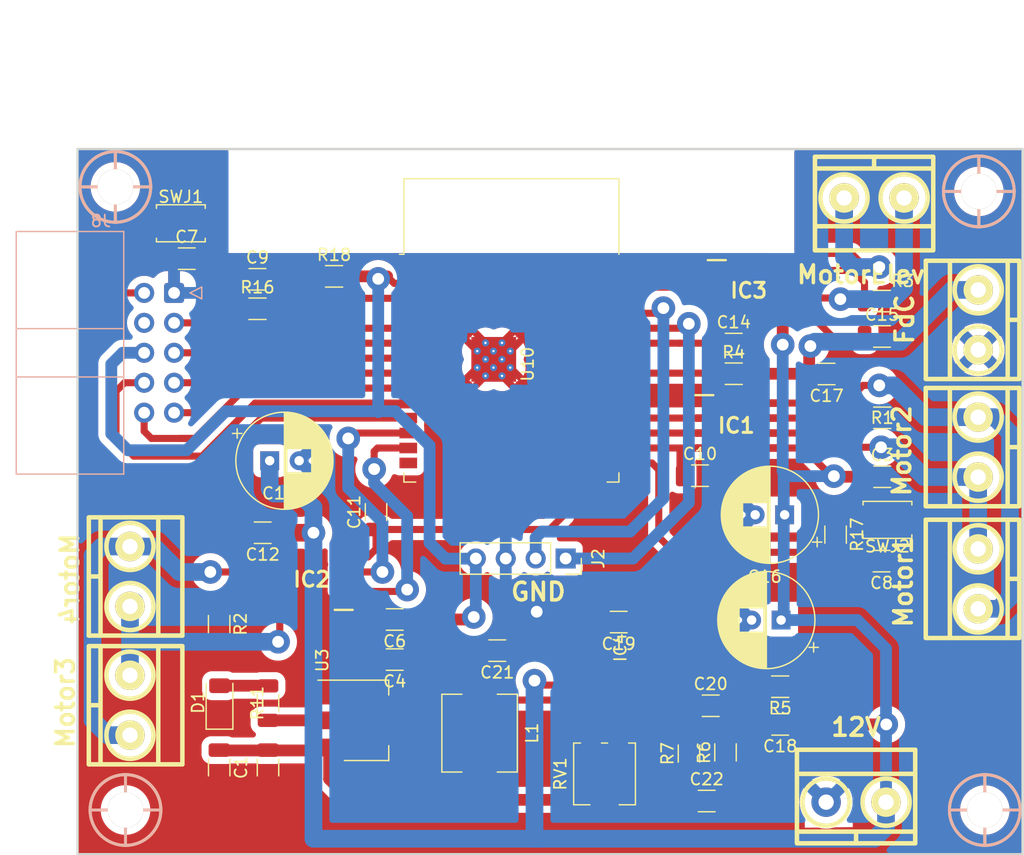
<source format=kicad_pcb>
(kicad_pcb (version 20221018) (generator pcbnew)
  (layers (0 "F.Cu" signal) (31 "B.Cu" signal) (34 "B.Paste" user) (35 "F.Paste" user) (36 "B.SilkS" user "B.Silkscreen") (37 "F.SilkS" user "F.Silkscreen") (38 "B.Mask" user) (39 "F.Mask" user) (44 "Edge.Cuts" user))
  (net 0 "")
  (net 1 "GND")
  (net 2 "/Vin")
  (net 3 "/3V3")
  (net 4 "Net-(SWJ1-B)")
  (net 5 "Net-(SWJ2-B)")
  (net 6 "/EN")
  (net 7 "Net-(J11-Pin_1)")
  (net 8 "Net-(D1-A)")
  (net 9 "/EnA")
  (net 10 "/EnB")
  (net 11 "/EN Elev")
  (net 12 "Net-(IC1-OUT2)")
  (net 13 "Net-(IC1-OUT1)")
  (net 14 "Net-(IC1-RS)")
  (net 15 "/IN3")
  (net 16 "/IN4")
  (net 17 "Net-(IC2-OUT1)")
  (net 18 "Net-(IC2-RS)")
  (net 19 "Net-(IC2-OUT2)")
  (net 20 "/IN5")
  (net 21 "/IN6")
  (net 22 "Net-(IC3-OUT1)")
  (net 23 "Net-(IC3-RS)")
  (net 24 "Net-(IC3-OUT2)")
  (net 25 "/RXD0")
  (net 26 "/TXD0")
  (net 27 "/Sen1")
  (net 28 "/Sen2")
  (net 29 "/Sen3")
  (net 30 "/Sen4")
  (net 31 "/Sen5")
  (net 32 "/Sen6")
  (net 33 "/Sen7")
  (net 34 "/FC")
  (net 35 "/BOOT")
  (net 36 "/IN2")
  (net 37 "/IN1")
  (net 49 "/5V")
  (net 50 "Net-(IC4-SS)")
  (net 51 "Net-(IC4-COMP)")
  (net 52 "Net-(C20-Pad2)")
  (net 53 "Net-(IC4-BS)")
  (net 54 "Net-(IC4-SW)")
  (net 55 "Net-(IC4-EN)")
  (net 56 "Net-(IC4-FB)")
  (net 58 "unconnected-(U10-SENSOR_VP-Pad4)")
  (footprint "Capacitor_SMD:C_1206_3216Metric" (layer "F.Cu") (at 69.516 49.17)
    (fp_text reference "C9")
    (fp_text value "0.1u")
  )
  (footprint "EESTN5:hole_3mm" (layer "F.Cu") (at 58.3205 94.1916)
    (fp_text reference "hole_3mm" hide)
    (fp_text value "VAL**" hide)
  )
  (footprint "Resistor_SMD:R_1206_3216Metric" (layer "F.Cu") (at 122.516 60.92)
    (fp_text reference "R1")
    (fp_text value "0.22")
  )
  (footprint "Resistor_SMD:R_1206_3216Metric" (layer "F.Cu") (at 122.476 51.02)
    (fp_text reference "R3")
    (fp_text value "0.22")
  )
  (footprint "Resistor_SMD:R_1206_3216Metric" (layer "F.Cu") (at 118.5595 70.8296 -90)
    (fp_text reference "R17")
    (fp_text value "100k")
  )
  (footprint "Capacitor_SMD:C_1206_3216Metric" (layer "F.Cu") (at 70.4109 90.5848 -90)
    (fp_text reference "C2" hide)
    (fp_text value "0.1u")
  )
  (footprint "Capacitor_SMD:C_1206_3216Metric" (layer "F.Cu") (at 107.9642 85.3472)
    (fp_text reference "C20")
    (fp_text value "4.8n")
  )
  (footprint "EESTN5:BORNERA2_AZUL" (layer "F.Cu") (at 58.7015 74.3796 -90)
    (fp_text reference "J6" hide)
    (fp_text value "Motor4")
  )
  (footprint "EESTN5:BORNERA2_AZUL" (layer "F.Cu") (at 130.65335 74.5828 90)
    (fp_text reference "J4" hide)
    (fp_text value "Motor1")
  )
  (footprint "LibraryPERSONALES:SOIC127P600X170-9N" (layer "F.Cu") (at 74.1193 74.6336 180)
    (fp_text reference "IC2")
    (fp_text value "TB67H450AFNG,EL" hide)
  )
  (footprint "Capacitor_SMD:C_1206_3216Metric" (layer "F.Cu") (at 122.496 54.02)
    (fp_text reference "C15")
    (fp_text value "0.1u")
  )
  (footprint "EESTN5:BORNERA2_AZUL" (layer "F.Cu") (at 121.826 42.27 180)
    (fp_text reference "J7" hide)
    (fp_text value "MotorElev")
  )
  (footprint "EESTN5:hole_3mm" (layer "F.Cu") (at 131.2185 94.1916)
    (fp_text reference "hole_3mm" hide)
    (fp_text value "VAL**" hide)
  )
  (footprint "Capacitor_SMD:C_1206_3216Metric" (layer "F.Cu") (at 100.1595 78.2472 180)
    (fp_text reference "C19")
    (fp_text value "0.1u")
  )
  (footprint "Resistor_SMD:R_1206_3216Metric" (layer "F.Cu") (at 66.266 78.42 -90)
    (fp_text reference "R2")
    (fp_text value "0.22")
  )
  (footprint "Button_Switch_SMD:SW_Push_SPST_NO_Alps_SKRK" (layer "F.Cu") (at 63.016 44.42)
    (fp_text reference "SWJ1")
    (fp_text value "SW_MEC_5G")
  )
  (footprint "LibraryPERSONALES:SO8-TH" (layer "F.Cu") (at 99.0333 84.2296 -90)
    (fp_text reference "IC4")
    (fp_text value "MP2307")
  )
  (footprint "Resistor_SMD:R_1206_3216Metric" (layer "F.Cu") (at 109.92 57.18)
    (fp_text reference "R4")
    (fp_text value "100k")
  )
  (footprint "Capacitor_SMD:C_1206_3216Metric" (layer "F.Cu") (at 107.0595 65.8296)
    (fp_text reference "C10")
    (fp_text value "0.1u")
  )
  (footprint "Capacitor_SMD:C_1206_3216Metric" (layer "F.Cu") (at 66.2707 90.5848 -90)
    (fp_text reference "C1")
    (fp_text value "10u")
  )
  (footprint "LibraryPERSONALES:SOIC127P600X170-9N" (layer "F.Cu") (at 110.1365 61.578)
    (fp_text reference "IC1")
    (fp_text value "TB67H450AFNG,EL" hide)
  )
  (footprint "EESTN5:BORNERA2_AZUL" (layer "F.Cu") (at 130.65335 63.4068 90)
    (fp_text reference "J3" hide)
    (fp_text value "Motor2")
  )
  (footprint "Capacitor_SMD:C_1206_3216Metric" (layer "F.Cu") (at 107.624 93.4296)
    (fp_text reference "C22")
    (fp_text value "12u")
  )
  (footprint "Capacitor_SMD:C_1206_3216Metric" (layer "F.Cu") (at 63.516 47.42)
    (fp_text reference "C7")
    (fp_text value "0.1u")
  )
  (footprint "Capacitor_SMD:C_1206_3216Metric" (layer "F.Cu") (at 69.9595 70.67 180)
    (fp_text reference "C12")
    (fp_text value "0.1u")
  )
  (footprint "EESTN5:BORNERA2_AZUL" (layer "F.Cu") (at 130.6597 52.6118 90)
    (fp_text reference "J11" hide)
    (fp_text value "FdC")
  )
  (footprint "Resistor_SMD:R_1206_3216Metric" (layer "F.Cu") (at 109.2216 89.3041 90)
    (fp_text reference "R6")
    (fp_text value "8.2k")
  )
  (footprint "Inductor_SMD:L_6.3x6.3_H3" (layer "F.Cu") (at 88.3595 87.67 -90)
    (fp_text reference "L1")
    (fp_text value "2u")
  )
  (footprint "Capacitor_SMD:C_1206_3216Metric" (layer "F.Cu") (at 109.92 54.664)
    (fp_text reference "C14")
    (fp_text value "0.1u" hide)
  )
  (footprint "Capacitor_SMD:C_1206_3216Metric" (layer "F.Cu") (at 81.1595 81.4296 180)
    (fp_text reference "C4")
    (fp_text value "0.1u")
  )
  (footprint "RF_Module:ESP32-WROOM-32D" (layer "F.Cu") (at 91.0595 56.4916)
    (fp_text reference "U10")
    (fp_text value "ESP32-WROOM-32")
  )
  (footprint "Resistor_SMD:R_1206_3216Metric" (layer "F.Cu") (at 69.516 51.67)
    (fp_text reference "R16")
    (fp_text value "100k")
  )
  (footprint "Capacitor_THT:CP_Radial_D8.0mm_P2.50mm" (layer "F.Cu") (at 114.236951 69.1472 180)
    (fp_text reference "C16")
    (fp_text value "100u")
  )
  (footprint "Capacitor_SMD:C_1206_3216Metric" (layer "F.Cu") (at 79.5745 68.9186 90)
    (fp_text reference "C11")
    (fp_text value "0.1u")
  )
  (footprint "Capacitor_SMD:C_1206_3216Metric" (layer "F.Cu") (at 122.4595 73.0796 180)
    (fp_text reference "C8")
    (fp_text value "0.1u")
  )
  (footprint "EESTN5:hole_3mm" (layer "F.Cu") (at 57.4595 41.3296)
    (fp_text reference "hole_3mm" hide)
    (fp_text value "VAL**" hide)
  )
  (footprint "Package_TO_SOT_SMD:SOT-223-3_TabPin2" (layer "F.Cu") (at 78.7425 86.5856)
    (fp_text reference "U3")
    (fp_text value "AMS1117-3.3")
  )
  (footprint "Resistor_SMD:R_1206_3216Metric" (layer "F.Cu") (at 70.4109 85.1238 90)
    (fp_text reference "R11")
    (fp_text value "5.1k")
  )
  (footprint "Resistor_SMD:R_1206_3216Metric" (layer "F.Cu") (at 106.1216 89.4041 90)
    (fp_text reference "R7")
    (fp_text value "8.2k")
  )
  (footprint "EESTN5:hole_3mm" (layer "F.Cu") (at 130.7105 41.7152)
    (fp_text reference "hole_3mm" hide)
    (fp_text value "VAL**" hide)
  )
  (footprint "Capacitor_THT:CP_Radial_D8.0mm_P2.50mm" (layer "F.Cu") (at 113.937351 78.079 180)
    (fp_text reference "C5" hide)
    (fp_text value "100u" hide)
  )
  (footprint "LED_SMD:LED_1206_3216Metric" (layer "F.Cu") (at 66.2961 85.0476 90)
    (fp_text reference "D1")
    (fp_text value "LED")
  )
  (footprint "Capacitor_THT:CP_Radial_D8.0mm_P2.50mm" (layer "F.Cu") (at 70.5525 64.56051)
    (fp_text reference "C13")
    (fp_text value "100u")
  )
  (footprint "Capacitor_SMD:C_1206_3216Metric" (layer "F.Cu") (at 81.1595 78.0296 180)
    (fp_text reference "C6")
    (fp_text value "10u")
  )
  (footprint "EESTN5:BORNERA2_AZUL" (layer "F.Cu") (at 120.2965 93.52485)
    (fp_text reference "12V")
    (fp_text value "Alimentacion 12V" hide)
  )
  (footprint "Potentiometer_SMD:Potentiometer_Vishay_TS53YJ_Vertical" (layer "F.Cu") (at 98.9595 91.1296 90)
    (fp_text reference "RV1")
    (fp_text value "220k")
  )
  (footprint "Button_Switch_SMD:SW_Push_SPST_NO_Alps_SKRK" (layer "F.Cu") (at 122.9595 69.579 180)
    (fp_text reference "SWJ2")
    (fp_text value "SW_MEC_5G")
  )
  (footprint "Capacitor_SMD:C_1206_3216Metric" (layer "F.Cu") (at 122.516 65.92)
    (fp_text reference "C3")
    (fp_text value "0.1u")
  )
  (footprint "Resistor_SMD:R_1206_3216Metric" (layer "F.Cu") (at 76.016 48.92)
    (fp_text reference "R18")
    (fp_text value "10k")
  )
  (footprint "LibraryPERSONALES:SOIC127P600X170-9N" (layer "F.Cu") (at 111.19 50.1226)
    (fp_text reference "IC3")
    (fp_text value "TB67H450AFNG,EL" hide)
  )
  (footprint "Resistor_SMD:R_1206_3216Metric" (layer "F.Cu") (at 113.8595 83.7296 180)
    (fp_text reference "R5")
    (fp_text value "100k")
  )
  (footprint "Capacitor_SMD:C_1206_3216Metric" (layer "F.Cu") (at 89.8595 80.67 180)
    (fp_text reference "C21")
    (fp_text value "10n")
  )
  (footprint "EESTN5:BORNERA2_AZUL" (layer "F.Cu") (at 58.7015 85.3016 -90)
    (fp_text reference "J5" hide)
    (fp_text value "Motor3")
  )
  (footprint "Capacitor_SMD:C_1206_3216Metric" (layer "F.Cu") (at 117.794 57.204 180)
    (fp_text reference "C17")
    (fp_text value "0.1u")
  )
  (footprint "Capacitor_SMD:C_1206_3216Metric" (layer "F.Cu") (at 113.8595 86.9296 180)
    (fp_text reference "C18")
    (fp_text value "12u")
  )
  (footprint "Connector_PinSocket_2.54mm:PinSocket_1x04_P2.54mm_Vertical" (layer "F.Cu") (at 95.6585 72.8556 -90)
    (fp_text reference "J2")
    (fp_text value "UART")
  )
  (footprint "Connector_IDC:IDC-Header_2x05_P2.54mm_Horizontal" (layer "B.Cu") (at 62.4432 50.3258 180)
    (fp_text reference "J8")
    (fp_text value "Screw_Terminal_01x10")
  )
  (gr_rect (start 54.2565 38.1211) (end 134.4189 97.9381) (stroke (width 0.2)) (fill none) (layer "Edge.Cuts"))
  (gr_text "GND" (at 90.8579 76.564) (layer "F.SilkS") (effects (font (size 1.5 1.5) (thickness 0.3) bold) (justify left bottom)))
  (via (at 93.2068 77.3716) (size 2) (drill 1) (layers "F.Cu" "B.Cu") (net 1))
  (segment (start 118.266 54.02) (end 121.021 54.02) (width 0.6) (layer "F.Cu") (net 2))
  (segment (start 114.238 52.0276) (end 114.0742 52.1914) (width 0.6) (layer "F.Cu") (net 2))
  (segment (start 115.829 63.483) (end 118.266 65.92) (width 0.6) (layer "F.Cu") (net 2))
  (segment (start 113.902 52.0276) (end 116.2736 52.0276) (width 0.6) (layer "F.Cu") (net 2))
  (segment (start 115.3345 86.9296) (end 115.3345 83.8421) (width 1) (layer "F.Cu") (net 2))
  (segment (start 122.7595 86.9296) (end 115.3345 86.9296) (width 1) (layer "F.Cu") (net 2))
  (segment (start 72.016 70.67) (end 74.266 70.67) (width 1.5) (layer "F.Cu") (net 2))
  (segment (start 118.266 65.92) (end 121.041 65.92) (width 1) (layer "F.Cu") (net 2))
  (segment (start 71.4073 72.42) (end 71.4073 70.6972) (width 1) (layer "F.Cu") (net 2))
  (segment (start 71.4073 70.6972) (end 71.4345 70.67) (width 1) (layer "F.Cu") (net 2))
  (segment (start 114.0742 52.1914) (end 114.0742 54.714396) (width 1) (layer "F.Cu") (net 2))
  (segment (start 116.2736 52.0276) (end 118.266 54.02) (width 0.6) (layer "F.Cu") (net 2))
  (segment (start 93.3955 83.5946) (end 96.4333 83.5946) (width 0.6) (layer "F.Cu") (net 2))
  (segment (start 112.8485 63.483) (end 115.829 63.483) (width 0.6) (layer "F.Cu") (net 2))
  (segment (start 93.016 83.2151) (end 93.3955 83.5946) (width 0.6) (layer "F.Cu") (net 2))
  (via (at 114.0742 54.714396) (size 2) (drill 1) (layers "F.Cu" "B.Cu") (net 2))
  (via (at 93.016 83.2151) (size 2) (drill 1) (layers "F.Cu" "B.Cu") (net 2))
  (via (at 118.416 65.87) (size 2) (drill 1) (layers "F.Cu" "B.Cu") (net 2))
  (via (at 74.266 70.67) (size 2) (drill 1) (layers "F.Cu" "B.Cu") (net 2))
  (via (at 122.8595 86.9296) (size 2) (drill 1) (layers "F.Cu" "B.Cu") (net 2))
  (segment (start 121.8595 96.6296) (end 122.8365 95.6526) (width 1.5) (layer "B.Cu") (net 2))
  (segment (start 70.9461 67.3501) (end 70.5525 66.9565) (width 1.5) (layer "B.Cu") (net 2))
  (segment (start 114.6595 65.87) (end 118.416 65.87) (width 1) (layer "B.Cu") (net 2))
  (segment (start 93.016 83.2151) (end 93.016 96.6296) (width 1.5) (layer "B.Cu") (net 2))
  (segment (start 74.266 68.528652) (end 73.087448 67.3501) (width 1.5) (layer "B.Cu") (net 2))
  (segment (start 114.1595 77.856851) (end 114.1595 65.5296) (width 1) (layer "B.Cu") (net 2))
  (segment (start 74.266 70.67) (end 74.266 96.6296) (width 1.5) (layer "B.Cu") (net 2))
  (segment (start 120.4089 78.079) (end 122.8365 80.5066) (width 1) (layer "B.Cu") (net 2))
  (segment (start 122.8365 80.5066) (end 122.8365 93.52485) (width 1) (layer "B.Cu") (net 2))
  (segment (start 70.5525 66.9565) (end 70.5525 64.56051) (width 1.5) (layer "B.Cu") (net 2))
  (segment (start 113.937351 78.079) (end 114.1595 77.856851) (width 1) (layer "B.Cu") (net 2))
  (segment (start 93.016 96.6296) (end 93.3595 96.6296) (width 1.5) (layer "B.Cu") (net 2))
  (segment (start 122.8365 95.6526) (end 122.8365 93.52485) (width 1.5) (layer "B.Cu") (net 2))
  (segment (start 74.266 96.6296) (end 93.3595 96.6296) (width 1.5) (layer "B.Cu") (net 2))
  (segment (start 74.266 70.67) (end 74.266 68.528652) (width 1.5) (layer "B.Cu") (net 2))
  (segment (start 93.3595 96.6296) (end 121.8595 96.6296) (width 1.5) (layer "B.Cu") (net 2))
  (segment (start 114.1595 65.5296) (end 114.1595 66.37) (width 1) (layer "B.Cu") (net 2))
  (segment (start 114.0742 54.714396) (end 114.0742 65.4443) (width 1) (layer "B.Cu") (net 2))
  (segment (start 113.937351 78.079) (end 120.4089 78.079) (width 1) (layer "B.Cu") (net 2))
  (segment (start 73.087448 67.3501) (end 70.9461 67.3501) (width 1.5) (layer "B.Cu") (net 2))
  (segment (start 114.0742 65.4443) (end 114.1595 65.5296) (width 1) (layer "B.Cu") (net 2))
  (segment (start 80.516 48.92) (end 77.4785 48.92) (width 1) (layer "F.Cu") (net 3))
  (segment (start 70.4109 86.5863) (end 75.5918 86.5863) (width 1) (layer "F.Cu") (net 3))
  (segment (start 82.6595 85.8186) (end 82.6595 81.4546) (width 1) (layer "F.Cu") (net 3))
  (segment (start 75.5925 86.5856) (end 81.8925 86.5856) (width 1) (layer "F.Cu") (net 3))
  (segment (start 82.6345 78.0296) (end 82.6345 81.4296) (width 1) (layer "F.Cu") (net 3))
  (segment (start 82.3095 49.5116) (end 81.1076 49.5116) (width 0.6) (layer "F.Cu") (net 3))
  (segment (start 75.5918 86.5863) (end 75.5925 86.5856) (width 1) (layer "F.Cu") (net 3))
  (segment (start 59.9032 55.4058) (end 59.889 55.42) (width 1) (layer "F.Cu") (net 3))
  (segment (start 82.6595 81.4546) (end 82.6345 81.4296) (width 1) (layer "F.Cu") (net 3))
  (segment (start 87.866 77.82) (end 87.6564 78.0296) (width 1) (layer "F.Cu") (net 3))
  (segment (start 87.6564 78.0296) (end 82.6345 78.0296) (width 1) (layer "F.Cu") (net 3))
  (segment (start 81.8925 86.5856) (end 82.6595 85.8186) (width 1) (layer "F.Cu") (net 3))
  (segment (start 81.1076 49.5116) (end 80.516 48.92) (width 0.6) (layer "F.Cu") (net 3))
  (via (at 79.7595 49.1321) (size 2) (drill 1) (layers "F.Cu" "B.Cu") (net 3))
  (via (at 87.866 77.82) (size 2) (drill 1) (layers "F.Cu" "B.Cu") (net 3))
  (segment (start 85.465348 72.87) (end 84.116 71.520652) (width 1) (layer "B.Cu") (net 3))
  (segment (start 84.116 71.520652) (end 84.116 63.27) (width 1) (layer "B.Cu") (net 3))
  (segment (start 81.2076 60.3616) (end 66.8244 60.3616) (width 1) (layer "B.Cu") (net 3))
  (segment (start 88.0385 77.6475) (end 88.0385 72.8556) (width 1) (layer "B.Cu") (net 3))
  (segment (start 84.116 63.27) (end 81.2076 60.3616) (width 1) (layer "B.Cu") (net 3))
  (segment (start 87.866 77.82) (end 88.0385 77.6475) (width 1) (layer "B.Cu") (net 3))
  (segment (start 79.7595 49.1321) (end 79.7595 60.4231) (width 1) (layer "B.Cu") (net 3))
  (segment (start 88.0241 72.87) (end 85.465348 72.87) (width 1) (layer "B.Cu") (net 3))
  (segment (start 66.8244 60.3616) (end 63.516 63.67) (width 1) (layer "B.Cu") (net 3))
  (segment (start 79.7595 60.4231) (end 79.766 60.4296) (width 1) (layer "B.Cu") (net 3))
  (segment (start 88.0385 72.8556) (end 88.0241 72.87) (width 1) (layer "B.Cu") (net 3))
  (segment (start 58.516 63.67) (end 57.116 62.27) (width 1) (layer "B.Cu") (net 3))
  (segment (start 58.0802 55.4058) (end 59.9032 55.4058) (width 1) (layer "B.Cu") (net 3))
  (segment (start 57.116 62.27) (end 57.116 56.37) (width 1) (layer "B.Cu") (net 3))
  (segment (start 57.116 56.37) (end 58.0802 55.4058) (width 1) (layer "B.Cu") (net 3))
  (segment (start 63.516 63.67) (end 58.516 63.67) (width 1) (layer "B.Cu") (net 3))
  (segment (start 65.766 51.67) (end 68.0535 51.67) (width 0.75) (layer "F.Cu") (net 4))
  (segment (start 65.116 44.42) (end 65.116 51.02) (width 0.75) (layer "F.Cu") (net 4))
  (segment (start 65.116 51.02) (end 65.766 51.67) (width 0.75) (layer "F.Cu") (net 4))
  (segment (start 120.7025 69.422) (end 120.9595 69.679) (width 1) (layer "F.Cu") (net 5))
  (segment (start 120.9595 73.0546) (end 120.9845 73.0796) (width 1) (layer "F.Cu") (net 5))
  (segment (start 120.9595 69.679) (end 120.9595 73.0546) (width 1) (layer "F.Cu") (net 5))
  (segment (start 118.9826 69.422) (end 120.7025 69.422) (width 1) (layer "F.Cu") (net 5))
  (segment (start 74.5535 50.2075) (end 74.5535 48.92) (width 0.6) (layer "F.Cu") (net 6))
  (segment (start 82.3095 50.7816) (end 82.2615 50.8296) (width 0.6) (layer "F.Cu") (net 6))
  (segment (start 75.1276 50.7816) (end 74.5535 50.2075) (width 0.6) (layer "F.Cu") (net 6))
  (segment (start 70.991 49.17) (end 70.991 51.1575) (width 1) (layer "F.Cu") (net 6))
  (segment (start 74.5535 48.92) (end 71.241 48.92) (width 1) (layer "F.Cu") (net 6))
  (segment (start 82.3095 50.7816) (end 75.1276 50.7816) (width 0.6) (layer "F.Cu") (net 6))
  (segment (start 71.241 48.92) (end 70.991 49.17) (width 1) (layer "F.Cu") (net 6))
  (segment (start 116.2988 57.1838) (end 116.319 57.204) (width 1) (layer "F.Cu") (net 7))
  (segment (start 116.420678 54.83358) (end 116.319 54.935258) (width 0.6) (layer "F.Cu") (net 7))
  (segment (start 111.3863 57.1838) (end 116.2988 57.1838) (width 1) (layer "F.Cu") (net 7))
  (segment (start 116.319 54.935258) (end 116.319 57.204) (width 1) (layer "F.Cu") (net 7))
  (segment (start 111.3825 57.18) (end 111.3863 57.1838) (width 1) (layer "F.Cu") (net 7))
  (via (at 116.420678 54.83358) (size 2) (drill 1) (layers "F.Cu" "B.Cu") (net 7))
  (segment (start 128.4342 50.0718) (end 130.6597 50.0718) (width 1.5) (layer "B.Cu") (net 7))
  (segment (start 116.420678 54.83358) (end 116.784258 54.47) (width 1.5) (layer "B.Cu") (net 7))
  (segment (start 124.036 54.47) (end 128.4342 50.0718) (width 1.5) (layer "B.Cu") (net 7))
  (segment (start 116.784258 54.47) (end 124.036 54.47) (width 1.5) (layer "B.Cu") (net 7))
  (segment (start 70.3972 83.6476) (end 70.4109 83.6613) (width 1) (layer "F.Cu") (net 8))
  (segment (start 66.2961 83.6476) (end 70.3972 83.6476) (width 1) (layer "F.Cu") (net 8))
  (segment (start 99.8095 63.4816) (end 105.0311 63.4816) (width 0.6) (layer "F.Cu") (net 9))
  (segment (start 105.0311 63.4816) (end 107.4231 63.4816) (width 0.6) (layer "F.Cu") (net 9))
  (segment (start 105.5845 65.8296) (end 105.5595 65.8046) (width 0.6) (layer "F.Cu") (net 9))
  (segment (start 105.5595 65.8046) (end 105.5595 63.808) (width 1) (layer "F.Cu") (net 9))
  (segment (start 107.4231 63.4816) (end 107.4245 63.483) (width 0.6) (layer "F.Cu") (net 9))
  (segment (start 78.8945 72.7286) (end 79.5745 72.0486) (width 0.6) (layer "F.Cu") (net 10))
  (segment (start 79.5745 72.0486) (end 79.5745 70.3936) (width 0.6) (layer "F.Cu") (net 10))
  (segment (start 76.8313 72.7286) (end 78.8945 72.7286) (width 0.6) (layer "F.Cu") (net 10))
  (segment (start 79.5745 70.3936) (end 94.2955 70.3936) (width 0.6) (layer "F.Cu") (net 10))
  (segment (start 94.2955 70.3936) (end 95.5095 69.1796) (width 0.6) (layer "F.Cu") (net 10))
  (segment (start 95.5095 69.1796) (end 95.5095 66.0016) (width 0.6) (layer "F.Cu") (net 10))
  (segment (start 99.8095 54.5916) (end 105.3105 54.5916) (width 0.6) (layer "F.Cu") (net 11))
  (segment (start 107.38 54.5916) (end 108.3726 54.5916) (width 0.6) (layer "F.Cu") (net 11))
  (segment (start 108.478 54.5586) (end 108.445 54.5916) (width 0.6) (layer "F.Cu") (net 11))
  (segment (start 105.3105 54.5916) (end 107.38 54.5916) (width 0.6) (layer "F.Cu") (net 11))
  (segment (start 108.445 54.5916) (end 107.38 54.5916) (width 0.6) (layer "F.Cu") (net 11))
  (segment (start 108.3726 54.5916) (end 108.445 54.664) (width 0.6) (layer "F.Cu") (net 11))
  (segment (start 108.478 52.378) (end 108.478 54.5586) (width 1) (layer "F.Cu") (net 11))
  (segment (start 120.892 58.17) (end 122.266 58.17) (width 0.6) (layer "F.Cu") (net 12))
  (segment (start 115.2437 59.673) (end 119.389 59.673) (width 0.6) (layer "F.Cu") (net 12))
  (segment (start 115.2691 59.6476) (end 115.2437 59.673) (width 0.6) (layer "F.Cu") (net 12))
  (segment (start 115.2437 59.673) (end 112.7545 59.673) (width 0.6) (layer "F.Cu") (net 12))
  (segment (start 119.389 59.673) (end 120.892 58.17) (width 0.6) (layer "F.Cu") (net 12))
  (via (at 122.266 58.17) (size 2) (drill 1) (layers "F.Cu" "B.Cu") (net 12))
  (segment (start 130.65335 77.1228) (end 132.3869 77.1228) (width 1.5) (layer "B.Cu") (net 12))
  (segment (start 123.4925 58.17) (end 122.266 58.17) (width 1.5) (layer "B.Cu") (net 12))
  (segment (start 132.0313 60.8668) (end 130.65335 60.8668) (width 1.5) (layer "B.Cu") (net 12))
  (segment (start 130.65335 60.8668) (end 126.1893 60.8668) (width 1.5) (layer "B.Cu") (net 12))
  (segment (start 126.1893 60.8668) (end 123.4925 58.17) (width 1.5) (layer "B.Cu") (net 12))
  (segment (start 133.3521 62.1876) (end 132.0313 60.8668) (width 1.5) (layer "B.Cu") (net 12))
  (segment (start 133.3521 76.1576) (end 133.3521 62.1876) (width 1.5) (layer "B.Cu") (net 12))
  (segment (start 132.3869 77.1228) (end 133.3521 76.1576) (width 1.5) (layer "B.Cu") (net 12))
  (segment (start 122.416 63.42) (end 117.466 63.42) (width 0.6) (layer "F.Cu") (net 13))
  (segment (start 117.466 63.42) (end 116.259 62.213) (width 0.6) (layer "F.Cu") (net 13))
  (segment (start 116.259 62.213) (end 112.7545 62.213) (width 0.6) (layer "F.Cu") (net 13))
  (via (at 122.416 63.42) (size 2) (drill 1) (layers "F.Cu" "B.Cu") (net 13))
  (segment (start 126.0623 65.9468) (end 130.65335 65.9468) (width 1.5) (layer "B.Cu") (net 13))
  (segment (start 122.416 63.42) (end 123.5355 63.42) (width 1.5) (layer "B.Cu") (net 13))
  (segment (start 130.65335 65.9468) (end 130.65335 72.0428) (width 1.5) (layer "B.Cu") (net 13))
  (segment (start 123.5355 63.42) (end 126.0623 65.9468) (width 1.5) (layer "B.Cu") (net 13))
  (segment (start 121.0305 60.943) (end 121.0535 60.92) (width 0.6) (layer "F.Cu") (net 14))
  (segment (start 112.8485 60.943) (end 121.0305 60.943) (width 0.6) (layer "F.Cu") (net 14))
  (segment (start 78.185647 75.6486) (end 77.805647 75.2686) (width 0.6) (layer "F.Cu") (net 15))
  (segment (start 77.805647 75.2686) (end 76.8313 75.2686) (width 0.6) (layer "F.Cu") (net 15))
  (segment (start 79.7044 63.4816) (end 82.3095 63.4816) (width 0.6) (layer "F.Cu") (net 15))
  (segment (start 82.0594 75.6486) (end 78.185647 75.6486) (width 0.6) (layer "F.Cu") (net 15))
  (segment (start 79.416 63.77) (end 79.7044 63.4816) (width 0.6) (layer "F.Cu") (net 15))
  (segment (start 79.416 65.27) (end 79.416 63.77) (width 0.6) (layer "F.Cu") (net 15))
  (segment (start 82.216 75.492) (end 82.0594 75.6486) (width 0.6) (layer "F.Cu") (net 15))
  (via (at 79.416 65.27) (size 2) (drill 1) (layers "F.Cu" "B.Cu") (net 15))
  (via (at 82.216 75.492) (size 2) (drill 1) (layers "F.Cu" "B.Cu") (net 15))
  (segment (start 82.216 75.492) (end 82.216 73.97) (width 0.6) (layer "B.Cu") (net 15))
  (segment (start 82.216 75.492) (end 82.216 69.27) (width 1) (layer "B.Cu") (net 15))
  (segment (start 79.416 66.47) (end 79.416 65.27) (width 1) (layer "B.Cu") (net 15))
  (segment (start 82.216 69.27) (end 79.416 66.47) (width 1) (layer "B.Cu") (net 15))
  (segment (start 80.116 73.9991) (end 80.1155 73.9986) (width 0.6) (layer "F.Cu") (net 16))
  (segment (start 77.6744 62.2116) (end 82.3095 62.2116) (width 0.6) (layer "F.Cu") (net 16))
  (segment (start 80.1155 73.9986) (end 76.8313 73.9986) (width 0.6) (layer "F.Cu") (net 16))
  (segment (start 77.216 62.67) (end 77.6744 62.2116) (width 0.6) (layer "F.Cu") (net 16))
  (via (at 80.116 73.9991) (size 2) (drill 1) (layers "F.Cu" "B.Cu") (net 16))
  (via (at 77.216 62.67) (size 2) (drill 1) (layers "F.Cu" "B.Cu") (net 16))
  (segment (start 80.116 73.9991) (end 80.116 69.77) (width 1) (layer "B.Cu") (net 16))
  (segment (start 80.116 69.77) (end 77.216 66.87) (width 1) (layer "B.Cu") (net 16))
  (segment (start 77.216 66.87) (end 77.216 62.67) (width 1) (layer "B.Cu") (net 16))
  (segment (start 71.4073 73.9986) (end 65.516 73.9986) (width 0.6) (layer "F.Cu") (net 17))
  (via (at 65.516 73.9986) (size 2) (drill 1) (layers "F.Cu" "B.Cu") (net 17))
  (segment (start 62.8925 73.9986) (end 60.7335 71.8396) (width 1.5) (layer "B.Cu") (net 17))
  (segment (start 65.516 73.9986) (end 62.8925 73.9986) (width 1.5) (layer "B.Cu") (net 17))
  (segment (start 60.7335 71.8396) (end 58.7015 71.8396) (width 1.5) (layer "B.Cu") (net 17))
  (segment (start 55.5265 86.5716) (end 55.5265 72.6016) (width 1.5) (layer "B.Cu") (net 17))
  (segment (start 55.5265 72.6016) (end 56.2885 71.8396) (width 1.5) (layer "B.Cu") (net 17))
  (segment (start 58.7015 87.8416) (end 56.7965 87.8416) (width 1.5) (layer "B.Cu") (net 17))
  (segment (start 56.7965 87.8416) (end 55.5265 86.5716) (width 1.5) (layer "B.Cu") (net 17))
  (segment (start 56.2885 71.8396) (end 58.7015 71.8396) (width 1.5) (layer "B.Cu") (net 17))
  (segment (start 66.9174 75.2686) (end 66.266 75.92) (width 0.6) (layer "F.Cu") (net 18))
  (segment (start 66.266 75.92) (end 66.266 76.9575) (width 0.6) (layer "F.Cu") (net 18))
  (segment (start 71.4073 75.2686) (end 66.9174 75.2686) (width 0.6) (layer "F.Cu") (net 18))
  (segment (start 71.4073 79.7787) (end 71.4073 76.5386) (width 0.6) (layer "F.Cu") (net 19))
  (segment (start 71.266 79.92) (end 71.4073 79.7787) (width 0.6) (layer "F.Cu") (net 19))
  (via (at 71.266 79.92) (size 2) (drill 1) (layers "F.Cu" "B.Cu") (net 19))
  (segment (start 59.2015 79.92) (end 58.7015 79.42) (width 1.5) (layer "B.Cu") (net 19))
  (segment (start 58.7015 76.9196) (end 58.7015 79.42) (width 1.5) (layer "B.Cu") (net 19))
  (segment (start 71.266 79.92) (end 59.2015 79.92) (width 1.5) (layer "B.Cu") (net 19))
  (segment (start 58.7015 79.42) (end 58.7015 82.7616) (width 1.5) (layer "B.Cu") (net 19))
  (segment (start 59.0825 76.5386) (end 58.7015 76.9196) (width 1.5) (layer "B.Cu") (net 19))
  (segment (start 101.919 48.822) (end 105.983 48.822) (width 0.6) (layer "F.Cu") (net 20))
  (segment (start 99.8335 49.4876) (end 99.8095 49.5116) (width 0.6) (layer "F.Cu") (net 20))
  (segment (start 105.983 48.822) (end 106.6486 49.4876) (width 0.6) (layer "F.Cu") (net 20))
  (segment (start 106.6486 49.4876) (end 108.478 49.4876) (width 0.6) (layer "F.Cu") (net 20))
  (segment (start 101.2294 49.5116) (end 101.919 48.822) (width 0.6) (layer "F.Cu") (net 20))
  (segment (start 99.8095 49.5116) (end 101.2294 49.5116) (width 0.6) (layer "F.Cu") (net 20))
  (segment (start 105.094 49.838) (end 106.0136 50.7576) (width 0.6) (layer "F.Cu") (net 21))
  (segment (start 102.808 49.838) (end 105.094 49.838) (width 0.6) (layer "F.Cu") (net 21))
  (segment (start 99.8095 50.7816) (end 101.8644 50.7816) (width 0.6) (layer "F.Cu") (net 21))
  (segment (start 106.0136 50.7576) (end 108.478 50.7576) (width 0.6) (layer "F.Cu") (net 21))
  (segment (start 99.8335 50.7576) (end 99.8095 50.7816) (width 0.6) (layer "F.Cu") (net 21))
  (segment (start 101.8644 50.7816) (end 102.808 49.838) (width 0.6) (layer "F.Cu") (net 21))
  (segment (start 118.4536 50.7576) (end 113.902 50.7576) (width 0.6) (layer "F.Cu") (net 22))
  (segment (start 118.966 51.27) (end 118.4536 50.7576) (width 0.6) (layer "F.Cu") (net 22))
  (via (at 118.966 50.854) (size 2) (drill 1) (layers "F.Cu" "B.Cu") (net 22))
  (segment (start 124.366131 42.270131) (end 124.366 42.27) (width 1.5) (layer "B.Cu") (net 22))
  (segment (start 124.366131 49.909869) (end 124.366131 42.270131) (width 1.5) (layer "B.Cu") (net 22))
  (segment (start 118.966 50.854) (end 123.422 50.854) (width 1.5) (layer "B.Cu") (net 22))
  (segment (start 123.422 50.854) (end 124.366131 49.909869) (width 1.5) (layer "B.Cu") (net 22))
  (segment (start 120.006 48.42) (end 121.0135 49.4275) (width 0.6) (layer "F.Cu") (net 23))
  (segment (start 113.902 49.4876) (end 116.1984 49.4876) (width 0.6) (layer "F.Cu") (net 23))
  (segment (start 121.0135 49.4275) (end 121.0135 51.02) (width 0.6) (layer "F.Cu") (net 23))
  (segment (start 117.266 48.42) (end 120.006 48.42) (width 0.6) (layer "F.Cu") (net 23))
  (segment (start 116.1984 49.4876) (end 117.266 48.42) (width 0.6) (layer "F.Cu") (net 23))
  (segment (start 116.710571 46.975429) (end 115.4684 48.2176) (width 0.6) (layer "F.Cu") (net 24))
  (segment (start 115.4684 48.2176) (end 113.902 48.2176) (width 0.6) (layer "F.Cu") (net 24))
  (segment (start 122.266131 48.130131) (end 121.059633 48.130131) (width 0.6) (layer "F.Cu") (net 24))
  (segment (start 121.059633 48.130131) (end 119.904931 46.975429) (width 0.6) (layer "F.Cu") (net 24))
  (segment (start 119.904931 46.975429) (end 116.710571 46.975429) (width 0.6) (layer "F.Cu") (net 24))
  (via (at 122.266131 48.130131) (size 2) (drill 1) (layers "F.Cu" "B.Cu") (net 24))
  (segment (start 120.066131 48.130131) (end 119.286 47.35) (width 1.5) (layer "B.Cu") (net 24))
  (segment (start 119.286 47.35) (end 119.286 42.27) (width 1.5) (layer "B.Cu") (net 24))
  (segment (start 122.266131 48.130131) (end 120.066131 48.130131) (width 1.5) (layer "B.Cu") (net 24))
  (segment (start 106.11 52.9421) (end 105.7305 53.3216) (width 0.6) (layer "F.Cu") (net 25))
  (segment (start 105.7305 53.3216) (end 99.8095 53.3216) (width 0.6) (layer "F.Cu") (net 25))
  (via (at 106.11 52.9421) (size 2) (drill 1) (layers "F.Cu" "B.Cu") (net 25))
  (segment (start 104.236 69.9931) (end 101.3735 72.8556) (width 1) (layer "B.Cu") (net 25))
  (segment (start 101.3735 72.8556) (end 95.6585 72.8556) (width 1) (layer "B.Cu") (net 25))
  (segment (start 106.11 68.126) (end 104.2429 69.9931) (width 1) (layer "B.Cu") (net 25))
  (segment (start 106.11 52.9421) (end 106.11 68.126) (width 1) (layer "B.Cu") (net 25))
  (segment (start 104.2429 69.9931) (end 104.236 69.9931) (width 1) (layer "B.Cu") (net 25))
  (segment (start 103.57 52.1077) (end 103.57 52.124) (width 0.6) (layer "F.Cu") (net 26))
  (segment (start 99.8335 52.0276) (end 99.8095 52.0516) (width 0.6) (layer "F.Cu") (net 26))
  (segment (start 99.8095 52.0516) (end 103.5139 52.0516) (width 0.6) (layer "F.Cu") (net 26))
  (segment (start 103.5139 52.0516) (end 103.57 52.1077) (width 0.6) (layer "F.Cu") (net 26))
  (via (at 103.951 51.616) (size 2) (drill 1) (layers "F.Cu" "B.Cu") (net 26))
  (segment (start 103.951 67.745) (end 101.1264 70.5696) (width 1) (layer "B.Cu") (net 26))
  (segment (start 103.951 51.6145) (end 103.951 67.745) (width 1) (layer "B.Cu") (net 26))
  (segment (start 101.1264 70.5696) (end 93.6265 70.5696) (width 1) (layer "B.Cu") (net 26))
  (segment (start 93.1185 71.0776) (end 93.1185 72.8556) (width 1) (layer "B.Cu") (net 26))
  (segment (start 93.6265 70.5696) (end 93.1185 71.0776) (width 1) (layer "B.Cu") (net 26))
  (segment (start 58.2402 57.9458) (end 59.9032 57.9458) (width 0.6) (layer "F.Cu") (net 27))
  (segment (start 57.516 62.67) (end 57.516 58.67) (width 0.6) (layer "F.Cu") (net 27))
  (segment (start 57.516 58.67) (end 58.2402 57.9458) (width 0.6) (layer "F.Cu") (net 27))
  (segment (start 82.3095 59.6716) (end 69.3144 59.6716) (width 0.6) (layer "F.Cu") (net 27))
  (segment (start 69.3144 59.6716) (end 64.816 64.17) (width 0.6) (layer "F.Cu") (net 27))
  (segment (start 64.816 64.17) (end 59.016 64.17) (width 0.6) (layer "F.Cu") (net 27))
  (segment (start 59.016 64.17) (end 57.516 62.67) (width 0.6) (layer "F.Cu") (net 27))
  (segment (start 82.3095 58.4016) (end 68.4844 58.4016) (width 0.6) (layer "F.Cu") (net 28))
  (segment (start 63.916 62.67) (end 62.916 62.67) (width 0.6) (layer "F.Cu") (net 28))
  (segment (start 68.4844 58.4016) (end 64.216 62.67) (width 0.6) (layer "F.Cu") (net 28))
  (segment (start 64.216 62.67) (end 63.916 62.67) (width 0.6) (layer "F.Cu") (net 28))
  (segment (start 63.916 62.67) (end 60.516 62.67) (width 0.6) (layer "F.Cu") (net 28))
  (segment (start 59.9032 62.0572) (end 59.9032 60.4858) (width 0.6) (layer "F.Cu") (net 28))
  (segment (start 60.516 62.67) (end 59.9032 62.0572) (width 0.6) (layer "F.Cu") (net 28))
  (segment (start 82.3095 57.1316) (end 67.8044 57.1316) (width 0.6) (layer "F.Cu") (net 29))
  (segment (start 67.8044 57.1316) (end 64.4502 60.4858) (width 0.6) (layer "F.Cu") (net 29))
  (segment (start 64.4502 60.4858) (end 62.4432 60.4858) (width 0.6) (layer "F.Cu") (net 29))
  (segment (start 67.3244 55.8616) (end 82.3095 55.8616) (width 0.6) (layer "F.Cu") (net 30))
  (segment (start 65.2402 57.9458) (end 67.3244 55.8616) (width 0.6) (layer "F.Cu") (net 30))
  (segment (start 62.4432 57.9458) (end 65.2402 57.9458) (width 0.6) (layer "F.Cu") (net 30))
  (segment (start 64.2802 55.4058) (end 62.4432 55.4058) (width 0.6) (layer "F.Cu") (net 31))
  (segment (start 65.0944 54.5916) (end 64.2802 55.4058) (width 0.6) (layer "F.Cu") (net 31))
  (segment (start 82.3095 54.5916) (end 65.0944 54.5916) (width 0.6) (layer "F.Cu") (net 31))
  (segment (start 64.4618 52.8658) (end 62.4432 52.8658) (width 0.6) (layer "F.Cu") (net 32))
  (segment (start 82.3095 53.3216) (end 64.9176 53.3216) (width 0.6) (layer "F.Cu") (net 32))
  (segment (start 64.9176 53.3216) (end 64.4618 52.8658) (width 0.6) (layer "F.Cu") (net 32))
  (segment (start 82.3095 60.9416) (end 69.8444 60.9416) (width 0.6) (layer "F.Cu") (net 33))
  (segment (start 65.116 65.67) (end 57.516 65.67) (width 0.6) (layer "F.Cu") (net 33))
  (segment (start 55.516 52.42) (end 57.6102 50.3258) (width 0.6) (layer "F.Cu") (net 33))
  (segment (start 69.8444 60.9416) (end 65.116 65.67) (width 0.6) (layer "F.Cu") (net 33))
  (segment (start 55.516 63.67) (end 55.516 52.42) (width 0.6) (layer "F.Cu") (net 33))
  (segment (start 57.516 65.67) (end 55.516 63.67) (width 0.6) (layer "F.Cu") (net 33))
  (segment (start 57.6102 50.3258) (end 59.9032 50.3258) (width 0.6) (layer "F.Cu") (net 33))
  (segment (start 82.3095 60.9416) (end 82.2855 60.9176) (width 0.6) (layer "F.Cu") (net 33))
  (segment (start 108.4575 57.18) (end 108.4091 57.1316) (width 0.6) (layer "F.Cu") (net 34))
  (segment (start 108.4091 57.1316) (end 99.8095 57.1316) (width 0.6) (layer "F.Cu") (net 34))
  (segment (start 99.8109 57.133) (end 99.8095 57.1316) (width 0.6) (layer "F.Cu") (net 34))
  (segment (start 118.522 72.3296) (end 104.8595 72.3296) (width 0.6) (layer "F.Cu") (net 35))
  (segment (start 103.5595 65.3296) (end 102.9815 64.7516) (width 0.6) (layer "F.Cu") (net 35))
  (segment (start 102.9815 64.7516) (end 99.8095 64.7516) (width 0.6) (layer "F.Cu") (net 35))
  (segment (start 118.5595 72.2921) (end 118.522 72.3296) (width 0.6) (layer "F.Cu") (net 35))
  (segment (start 103.5595 71.0296) (end 103.5595 65.3296) (width 0.6) (layer "F.Cu") (net 35))
  (segment (start 104.8595 72.3296) (end 103.5595 71.0296) (width 0.6) (layer "F.Cu") (net 35))
  (segment (start 107.4231 60.9416) (end 107.4245 60.943) (width 0.6) (layer "F.Cu") (net 36))
  (segment (start 99.8095 60.9416) (end 107.4231 60.9416) (width 0.6) (layer "F.Cu") (net 36))
  (segment (start 99.8109 62.213) (end 99.8095 62.2116) (width 0.6) (layer "F.Cu") (net 37))
  (segment (start 107.4245 62.213) (end 99.8109 62.213) (width 0.6) (layer "F.Cu") (net 37))
  (segment (start 97.7595 89.1796) (end 97.8095 89.1296) (width 1) (layer "F.Cu") (net 49))
  (segment (start 75.5925 88.8856) (end 75.5925 91.5626) (width 1) (layer "F.Cu") (net 49))
  (segment (start 106.049 93.3296) (end 106.149 93.4296) (width 1) (layer "F.Cu") (net 49))
  (segment (start 75.5925 91.5626) (end 77.3595 93.3296) (width 1) (layer "F.Cu") (net 49))
  (segment (start 66.3005 89.1396) (end 75.3385 89.1396) (width 1) (layer "F.Cu") (net 49))
  (segment (start 75.3385 89.1396) (end 75.5925 88.8856) (width 1) (layer "F.Cu") (net 49))
  (segment (start 66.2707 89.1098) (end 66.3005 89.1396) (width 1) (layer "F.Cu") (net 49))
  (segment (start 98.9595 93.1296) (end 97.7595 93.1296) (width 1) (layer "F.Cu") (net 49))
  (segment (start 88.3595 90.2796) (end 88.3595 90.42) (width 1) (layer "F.Cu") (net 49))
  (segment (start 88.4595 90.1796) (end 88.3595 90.2796) (width 1) (layer "F.Cu") (net 49))
  (segment (start 88.5825 93.3296) (end 106.049 93.3296) (width 1) (layer "F.Cu") (net 49))
  (segment (start 88.3433 93.3028) (end 88.3433 90.1528) (width 1) (layer "F.Cu") (net 49))
  (segment (start 77.3595 93.3296) (end 88.4595 93.3296) (width 1) (layer "F.Cu") (net 49))
  (segment (start 97.7595 93.1296) (end 97.7595 89.1796) (width 1) (layer "F.Cu") (net 49))
  (segment (start 103.1059 82.3246) (end 103.8119 81.6186) (width 0.6) (layer "F.Cu") (net 50))
  (segment (start 103.8119 78.6214) (end 103.4377 78.2472) (width 0.6) (layer "F.Cu") (net 50))
  (segment (start 101.6333 82.3246) (end 103.1059 82.3246) (width 0.6) (layer "F.Cu") (net 50))
  (segment (start 103.8119 81.6186) (end 103.8119 78.6214) (width 0.6) (layer "F.Cu") (net 50))
  (segment (start 103.4377 78.2472) (end 101.6345 78.2472) (width 0.6) (layer "F.Cu") (net 50))
  (segment (start 101.6333 84.8646) (end 106.3195 84.8646) (width 0.6) (layer "F.Cu") (net 51))
  (segment (start 109.4392 87.624) (end 109.2216 87.8416) (width 1) (layer "F.Cu") (net 52))
  (segment (start 109.4392 85.3472) (end 109.4392 87.624) (width 1) (layer "F.Cu") (net 52))
  (segment (start 93.266 80.67) (end 94.9206 82.3246) (width 0.6) (layer "F.Cu") (net 53))
  (segment (start 94.9206 82.3246) (end 96.4333 82.3246) (width 0.6) (layer "F.Cu") (net 53))
  (segment (start 91.3345 80.67) (end 93.266 80.67) (width 0.6) (layer "F.Cu") (net 53))
  (segment (start 88.3595 84.92) (end 88.3845 84.895) (width 0.6) (layer "F.Cu") (net 54))
  (segment (start 88.3845 84.895) (end 88.3845 80.67) (width 1) (layer "F.Cu") (net 54))
  (segment (start 96.4333 84.8646) (end 88.4149 84.8646) (width 0.6) (layer "F.Cu") (net 54))
  (segment (start 88.4149 84.8646) (end 88.3595 84.92) (width 0.6) (layer "F.Cu") (net 54))
  (segment (start 112.162 83.5946) (end 112.297 83.7296) (width 0.6) (layer "F.Cu") (net 55))
  (segment (start 101.6333 83.5946) (end 101.6683 83.6296) (width 0.6) (layer "F.Cu") (net 55))
  (segment (start 101.6333 83.5946) (end 112.162 83.5946) (width 0.6) (layer "F.Cu") (net 55))
  (segment (start 105.122 87.9296) (end 100.1595 87.9296) (width 1) (layer "F.Cu") (net 56))
  (segment (start 100.1095 87.9796) (end 100.1095 89.1296) (width 1) (layer "F.Cu") (net 56))
  (segment (start 101.6333 86.1346) (end 104.7645 86.1346) (width 0.6) (layer "F.Cu") (net 56))
  (segment (start 100.1595 87.9296) (end 100.1095 87.9796) (width 1) (layer "F.Cu") (net 56))
  (segment (start 104.7645 86.1346) (end 105.1595 86.5296) (width 0.6) (layer "F.Cu") (net 56))
  (segment (start 105.1595 86.5296) (end 105.1595 87.9671) (width 0.6) (layer "F.Cu") (net 56))
  (segment (start 106.1216 87.9416) (end 106.0841 87.9041) (width 0.6) (layer "F.Cu") (net 56))
  (segment (start 82.3095 52.0516) (end 82.2875 52.0296) (width 0.6) (layer "F.Cu") (net 58))
  (zone (net 0) (net_name "") (layer "F.Cu") (connect_pads thru_hole_only (clearance 0)) (min_thickness 0.6)
    (keepout (tracks not_allowed) (vias not_allowed) (pads not_allowed) (copperpour not_allowed) (footprints allowed))
    (fill (thermal_gap 1) (thermal_bridge_width 1))
    (polygon (pts (xy 89.322092 71.63109) (xy 91.836692 71.52949) (xy 91.735092 74.17109) (xy 89.322092 74.06949)))
  )
  (zone (net 0) (net_name "") (layer "F.Cu") (connect_pads thru_hole_only (clearance 0)) (min_thickness 0.6)
    (keepout (tracks not_allowed) (vias not_allowed) (pads not_allowed) (copperpour not_allowed) (footprints allowed))
    (fill (thermal_gap 1) (thermal_bridge_width 1))
    (polygon (pts (xy 71.821492 63.2912) (xy 74.336092 63.1896) (xy 74.234492 65.8312) (xy 71.821492 65.7296)))
  )
  (zone (net 0) (net_name "") (layer "F.Cu") (connect_pads thru_hole_only (clearance 0)) (min_thickness 0.6)
    (keepout (tracks not_allowed) (vias not_allowed) (pads not_allowed) (copperpour not_allowed) (footprints allowed))
    (fill (thermal_gap 1) (thermal_bridge_width 1))
    (polygon (pts (xy 115.9023 91.6008) (xy 119.9917 91.5754) (xy 120.0171 95.6394) (xy 115.9531 95.6902)))
  )
  (zone (net 0) (net_name "") (layer "F.Cu") (connect_pads (clearance 0)) (min_thickness 0.25)
    (keepout (tracks not_allowed) (vias not_allowed) (pads not_allowed) (copperpour not_allowed) (footprints allowed))
    (fill (thermal_gap 0.5) (thermal_bridge_width 0.5))
    (polygon (pts (xy 109.7875 76.5296) (xy 109.7875 79.5776) (xy 115.3755 79.5776) (xy 115.3755 76.5296) (xy 114.3595 76.5296)))
  )
  (zone (net 0) (net_name "") (layer "F.Cu") (connect_pads (clearance 0)) (min_thickness 0.25)
    (keepout (tracks not_allowed) (vias not_allowed) (pads not_allowed) (copperpour not_allowed) (footprints allowed))
    (fill (thermal_gap 0.5) (thermal_bridge_width 0.5))
    (polygon (pts (xy 110.223751 67.5978) (xy 110.223751 70.6458) (xy 115.811751 70.6458) (xy 115.811751 67.5978) (xy 114.795751 67.5978)))
  )
  (zone (net 1) (net_name "GND") (layers "F&B.Cu") (connect_pads thru_hole_only (clearance 0.6)) (min_thickness 0.5) (fill yes (thermal_gap 1) (thermal_bridge_width 1))
    (polygon (pts (xy 54.2819 97.9508) (xy 54.2819 38.1084) (xy 134.5459 38.0068) (xy 134.5459 97.8492)))
  )
  (zone (net 0) (net_name "") (layer "B.Cu") (connect_pads (clearance 0)) (min_thickness 0.25)
    (keepout (tracks not_allowed) (vias not_allowed) (pads not_allowed) (copperpour not_allowed) (footprints allowed))
    (fill (thermal_gap 0.5) (thermal_bridge_width 0.5))
    (polygon (pts (xy 87.3273 53.7294) (xy 92.1533 53.6786) (xy 92.4073 58.1236) (xy 87.1241 57.9966)))
  )
  (zone (net 0) (net_name "") (layer "B.Cu") (connect_pads thru_hole_only (clearance 0)) (min_thickness 0.6)
    (keepout (tracks not_allowed) (vias not_allowed) (pads not_allowed) (copperpour not_allowed) (footprints allowed))
    (fill (thermal_gap 1) (thermal_bridge_width 1))
    (polygon (pts (xy 62.676 50.092) (xy 62.168 50.092) (xy 62.168 50.346) (xy 62.676 50.346)))
  )
)
</source>
